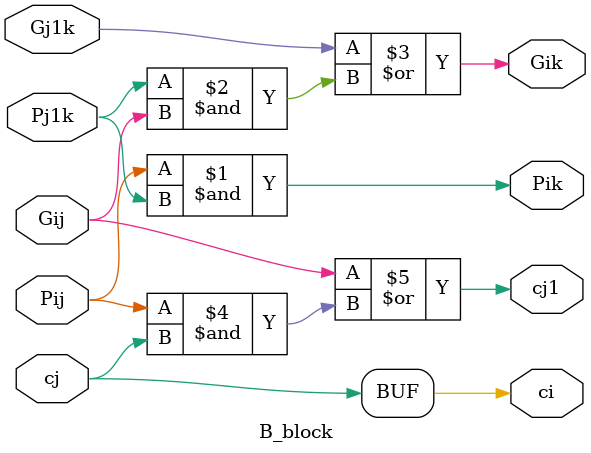
<source format=v>
`timescale 1ns / 1ps


module B_block(
    input Gj1k, Pj1k, // indicate Gj+1,k   Pj+1,k 
    output cj1, //   Cj+1 
    input Gij, Pij,
    output ci,
    output Gik, Pik,
    input cj
    );
    
    assign Pik = Pij & Pj1k;
    assign Gik = Gj1k | Pj1k & Gij;
    
    assign cj1 = Gij | Pij & cj; 
    assign ci = cj;
    
    
endmodule

</source>
